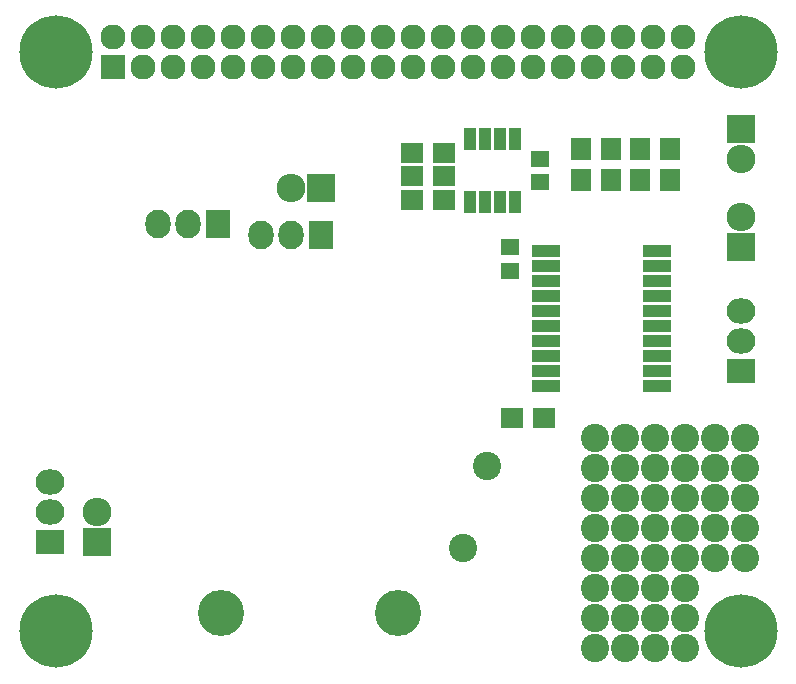
<source format=gbs>
G04 #@! TF.FileFunction,Soldermask,Bot*
%FSLAX46Y46*%
G04 Gerber Fmt 4.6, Leading zero omitted, Abs format (unit mm)*
G04 Created by KiCad (PCBNEW 0.201509131501+6189~30~ubuntu14.04.1-product) date Sam 03 Okt 2015 10:07:37 CEST*
%MOMM*%
G01*
G04 APERTURE LIST*
%ADD10C,0.200000*%
%ADD11R,2.350000X1.000000*%
%ADD12C,2.398980*%
%ADD13C,6.200000*%
%ADD14R,1.650000X1.400000*%
%ADD15R,1.000000X1.950000*%
%ADD16R,2.432000X2.432000*%
%ADD17O,2.432000X2.432000*%
%ADD18R,1.900000X1.700000*%
%ADD19R,2.127200X2.127200*%
%ADD20O,2.127200X2.127200*%
%ADD21C,3.900120*%
%ADD22R,2.432000X2.127200*%
%ADD23O,2.432000X2.127200*%
%ADD24R,1.700000X1.900000*%
%ADD25R,2.127200X2.432000*%
%ADD26O,2.127200X2.432000*%
G04 APERTURE END LIST*
D10*
D11*
X92950000Y-55285000D03*
X92950000Y-56555000D03*
X92950000Y-57825000D03*
X92950000Y-59095000D03*
X92950000Y-60365000D03*
X92950000Y-61635000D03*
X92950000Y-62905000D03*
X92950000Y-64175000D03*
X92950000Y-65445000D03*
X92950000Y-66715000D03*
X83550000Y-66715000D03*
X83550000Y-65445000D03*
X83550000Y-64175000D03*
X83550000Y-62905000D03*
X83550000Y-61635000D03*
X83550000Y-60365000D03*
X83550000Y-59095000D03*
X83550000Y-57825000D03*
X83550000Y-56555000D03*
X83550000Y-55285000D03*
D12*
X100330000Y-81280000D03*
X100330000Y-73660000D03*
X100330000Y-81280000D03*
X100330000Y-81280000D03*
D13*
X100000000Y-38500000D03*
X100000000Y-87500000D03*
X42000000Y-87500000D03*
X42000000Y-38500000D03*
D14*
X83000000Y-47500000D03*
X83000000Y-49500000D03*
X80500000Y-55000000D03*
X80500000Y-57000000D03*
D15*
X80905000Y-51200000D03*
X79635000Y-51200000D03*
X78365000Y-51200000D03*
X77095000Y-51200000D03*
X77095000Y-45800000D03*
X78365000Y-45800000D03*
X79635000Y-45800000D03*
X80905000Y-45800000D03*
D16*
X100000000Y-45000000D03*
D17*
X100000000Y-47540000D03*
D18*
X83350000Y-69500000D03*
X80650000Y-69500000D03*
D19*
X46870000Y-39770000D03*
D20*
X46870000Y-37230000D03*
X49410000Y-39770000D03*
X49410000Y-37230000D03*
X51950000Y-39770000D03*
X51950000Y-37230000D03*
X54490000Y-39770000D03*
X54490000Y-37230000D03*
X57030000Y-39770000D03*
X57030000Y-37230000D03*
X59570000Y-39770000D03*
X59570000Y-37230000D03*
X62110000Y-39770000D03*
X62110000Y-37230000D03*
X64650000Y-39770000D03*
X64650000Y-37230000D03*
X67190000Y-39770000D03*
X67190000Y-37230000D03*
X69730000Y-39770000D03*
X69730000Y-37230000D03*
X72270000Y-39770000D03*
X72270000Y-37230000D03*
X74810000Y-39770000D03*
X74810000Y-37230000D03*
X77350000Y-39770000D03*
X77350000Y-37230000D03*
X79890000Y-39770000D03*
X79890000Y-37230000D03*
X82430000Y-39770000D03*
X82430000Y-37230000D03*
X84970000Y-39770000D03*
X84970000Y-37230000D03*
X87510000Y-39770000D03*
X87510000Y-37230000D03*
X90050000Y-39770000D03*
X90050000Y-37230000D03*
X92590000Y-39770000D03*
X92590000Y-37230000D03*
X95130000Y-39770000D03*
X95130000Y-37230000D03*
D21*
X56000000Y-86000000D03*
X71000000Y-86000000D03*
D12*
X76500000Y-80500000D03*
X78500000Y-73500000D03*
D22*
X100000000Y-65500000D03*
D23*
X100000000Y-62960000D03*
X100000000Y-60420000D03*
D16*
X100000000Y-55000000D03*
D17*
X100000000Y-52460000D03*
D18*
X72150000Y-51000000D03*
X74850000Y-51000000D03*
X72150000Y-47000000D03*
X74850000Y-47000000D03*
X72150000Y-49000000D03*
X74850000Y-49000000D03*
D24*
X86500000Y-46650000D03*
X86500000Y-49350000D03*
X89000000Y-46650000D03*
X89000000Y-49350000D03*
X91500000Y-46650000D03*
X91500000Y-49350000D03*
X94000000Y-46650000D03*
X94000000Y-49350000D03*
D22*
X41500000Y-80000000D03*
D23*
X41500000Y-77460000D03*
X41500000Y-74920000D03*
D25*
X64500000Y-54000000D03*
D26*
X61960000Y-54000000D03*
X59420000Y-54000000D03*
D16*
X45500000Y-80000000D03*
D17*
X45500000Y-77460000D03*
D16*
X64500000Y-50000000D03*
D17*
X61960000Y-50000000D03*
D12*
X100330000Y-71120000D03*
X100330000Y-76200000D03*
X100330000Y-78740000D03*
X100330000Y-81280000D03*
X97790000Y-71120000D03*
X97790000Y-73660000D03*
X97790000Y-76200000D03*
X97790000Y-78740000D03*
X97790000Y-81280000D03*
X95250000Y-71120000D03*
X95250000Y-73660000D03*
X95250000Y-76200000D03*
X95250000Y-78740000D03*
X95250000Y-81280000D03*
X92710000Y-71120000D03*
X92710000Y-73660000D03*
X90170000Y-71120000D03*
X90170000Y-73660000D03*
X87630000Y-71120000D03*
X87630000Y-73660000D03*
X87630000Y-76200000D03*
X92710000Y-76200000D03*
X90170000Y-76200000D03*
X87630000Y-78740000D03*
X90170000Y-78740000D03*
X92710000Y-78740000D03*
X92710000Y-81280000D03*
X90170000Y-81280000D03*
X87630000Y-81280000D03*
X87630000Y-83820000D03*
X90170000Y-83820000D03*
X92710000Y-83820000D03*
X95250000Y-83820000D03*
X95250000Y-86360000D03*
X92710000Y-86360000D03*
X90170000Y-86360000D03*
X87630000Y-86360000D03*
X87630000Y-88900000D03*
X90170000Y-88900000D03*
X92710000Y-88900000D03*
X95250000Y-88900000D03*
D25*
X55750000Y-53000000D03*
D26*
X53210000Y-53000000D03*
X50670000Y-53000000D03*
M02*

</source>
